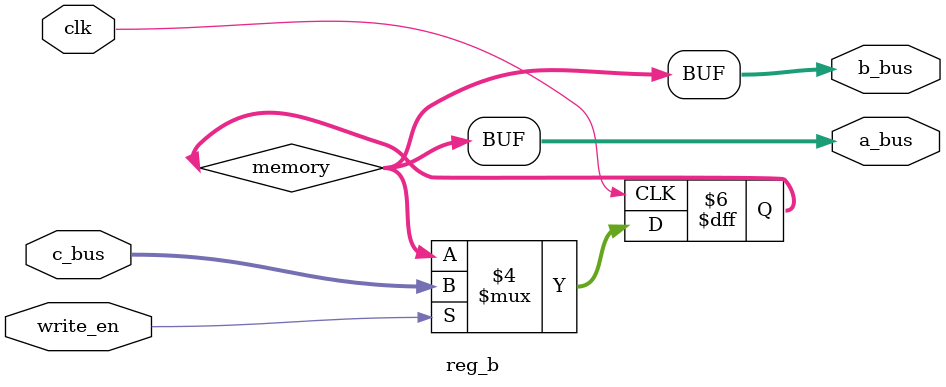
<source format=v>
module reg_b(a_bus,b_bus,c_bus,write_en,clk);
	input clk;
	input write_en;//0 bit:a_bus 1 bit:b_bus 2 bit:c_bus
	input [15:0] c_bus;
	output [15:0] a_bus,b_bus;
	reg [15:0] memory=2;
	
	always @(posedge clk)
		begin
			if(write_en)
				memory=c_bus;
				$display("reg_b memory= %1d",memory);
		end
		
	assign a_bus=memory;
	assign b_bus=memory;
endmodule
</source>
